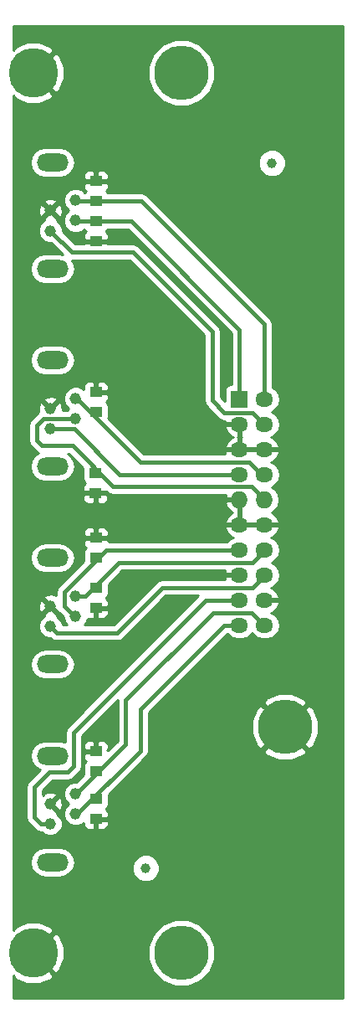
<source format=gbl>
G04 #@! TF.FileFunction,Copper,L2,Bot,Signal*
%FSLAX46Y46*%
G04 Gerber Fmt 4.6, Leading zero omitted, Abs format (unit mm)*
G04 Created by KiCad (PCBNEW 4.0.4+e1-6308~48~ubuntu15.10.1-stable) date Tue Aug  8 09:27:19 2017*
%MOMM*%
%LPD*%
G01*
G04 APERTURE LIST*
%ADD10C,0.150000*%
%ADD11C,1.000000*%
%ADD12C,5.500000*%
%ADD13C,5.000000*%
%ADD14R,1.727200X1.727200*%
%ADD15O,1.800000X1.500000*%
%ADD16O,1.727200X1.727200*%
%ADD17C,1.160000*%
%ADD18O,3.200000X1.800000*%
%ADD19R,1.250000X1.000000*%
%ADD20C,0.203200*%
%ADD21C,0.406400*%
%ADD22C,0.254000*%
G04 APERTURE END LIST*
D10*
D11*
X77190600Y-131711700D03*
D12*
X80772000Y-51296000D03*
X80772000Y-140296000D03*
D13*
X65772000Y-140296000D03*
X65772000Y-51296000D03*
D14*
X86671200Y-84290000D03*
D15*
X89211200Y-84290000D03*
X86671200Y-86830000D03*
X89211200Y-86830000D03*
X86671200Y-89370000D03*
X89211200Y-89370000D03*
X86671200Y-91910000D03*
X89211200Y-91910000D03*
D16*
X86671200Y-94450000D03*
X89211200Y-94450000D03*
D15*
X86671200Y-96990000D03*
X89211200Y-96990000D03*
X86671200Y-99530000D03*
X89211200Y-99530000D03*
X86671200Y-102070000D03*
X89211200Y-102070000D03*
X86671200Y-104610000D03*
X89211200Y-104610000D03*
X86671200Y-107150000D03*
X89211200Y-107150000D03*
D12*
X91287600Y-117449600D03*
D17*
X70081200Y-126230000D03*
X70081200Y-124190000D03*
X67531200Y-125210000D03*
X67531200Y-127250000D03*
D18*
X67731200Y-131100000D03*
X67731200Y-120340000D03*
D17*
X70081200Y-106230000D03*
X70081200Y-104190000D03*
X67531200Y-105210000D03*
X67531200Y-107250000D03*
D18*
X67731200Y-111100000D03*
X67731200Y-100340000D03*
D17*
X70081200Y-86230000D03*
X70081200Y-84190000D03*
X67531200Y-85210000D03*
X67531200Y-87250000D03*
D18*
X67731200Y-91100000D03*
X67731200Y-80340000D03*
D17*
X70081200Y-66230000D03*
X70081200Y-64190000D03*
X67531200Y-65210000D03*
X67531200Y-67250000D03*
D18*
X67731200Y-71100000D03*
X67731200Y-60340000D03*
D19*
X72136000Y-100314000D03*
X72136000Y-98314000D03*
X72136000Y-103394000D03*
X72136000Y-105394000D03*
X72136000Y-124730000D03*
X72136000Y-126730000D03*
X72136000Y-121904000D03*
X72136000Y-119904000D03*
X72136000Y-66310000D03*
X72136000Y-68310000D03*
X72136000Y-64246000D03*
X72136000Y-62246000D03*
X72085200Y-91786200D03*
X72085200Y-93786200D03*
X72136000Y-85582000D03*
X72136000Y-83582000D03*
D11*
X89966800Y-60401200D03*
D20*
X72136000Y-66310000D02*
X70161200Y-66310000D01*
X70161200Y-66310000D02*
X70081200Y-66230000D01*
D21*
X86671200Y-84290000D02*
X86671200Y-77273200D01*
X75698000Y-66300000D02*
X70091200Y-66300000D01*
X86671200Y-77273200D02*
X75698000Y-66300000D01*
D20*
X72136000Y-64246000D02*
X70137200Y-64246000D01*
X70137200Y-64246000D02*
X70081200Y-64190000D01*
D21*
X89211200Y-84290000D02*
X89211200Y-76714400D01*
X76706800Y-64210000D02*
X70031200Y-64210000D01*
X89211200Y-76714400D02*
X76706800Y-64210000D01*
X75860600Y-69409000D02*
X69690200Y-69409000D01*
X75860600Y-69409000D02*
X83921600Y-77470000D01*
X83921600Y-77470000D02*
X83921600Y-84429600D01*
X83921600Y-84429600D02*
X85140800Y-85648800D01*
X85140800Y-85648800D02*
X88030000Y-85648800D01*
X89211200Y-86830000D02*
X88030000Y-85648800D01*
X69690200Y-69409000D02*
X67531200Y-67250000D01*
D20*
X72085200Y-91786200D02*
X72085200Y-91338400D01*
X72085200Y-91338400D02*
X69748400Y-89001600D01*
X69748400Y-89001600D02*
X66636800Y-89001600D01*
X66636800Y-89001600D02*
X66110000Y-88474800D01*
X66110000Y-88474800D02*
X66110000Y-86935600D01*
X66110000Y-86935600D02*
X66815600Y-86230000D01*
X66815600Y-86230000D02*
X70081200Y-86230000D01*
D21*
X70141200Y-86230000D02*
X66815600Y-86230000D01*
X87877600Y-93116400D02*
X89211200Y-94450000D01*
X73863200Y-93116400D02*
X87877600Y-93116400D01*
X69748400Y-89001600D02*
X73863200Y-93116400D01*
X66636800Y-89001600D02*
X69748400Y-89001600D01*
X66110000Y-88474800D02*
X66636800Y-89001600D01*
X66110000Y-86935600D02*
X66110000Y-88474800D01*
X66815600Y-86230000D02*
X66110000Y-86935600D01*
D20*
X72136000Y-85582000D02*
X71473200Y-85582000D01*
X71473200Y-85582000D02*
X70081200Y-84190000D01*
D22*
X89211200Y-91910000D02*
X88963600Y-91910000D01*
D21*
X88963600Y-91910000D02*
X87680800Y-90627200D01*
X87680800Y-90627200D02*
X76628400Y-90627200D01*
X76628400Y-90627200D02*
X70201200Y-84200000D01*
X86671200Y-91910000D02*
X74536400Y-91910000D01*
X69916400Y-87290000D02*
X67571200Y-87290000D01*
X74536400Y-91910000D02*
X69916400Y-87290000D01*
D20*
X72136000Y-100314000D02*
X72136000Y-100554400D01*
X72136000Y-100554400D02*
X68942400Y-103748000D01*
X68942400Y-103748000D02*
X68942400Y-105091200D01*
X68942400Y-105091200D02*
X70081200Y-106230000D01*
D21*
X86671200Y-99530000D02*
X73160400Y-99530000D01*
X68942400Y-105191200D02*
X69971200Y-106220000D01*
X68942400Y-103748000D02*
X68942400Y-105191200D01*
X73160400Y-99530000D02*
X68942400Y-103748000D01*
D20*
X72136000Y-103394000D02*
X71815200Y-103394000D01*
X71815200Y-103394000D02*
X71019200Y-104190000D01*
X71019200Y-104190000D02*
X70081200Y-104190000D01*
D21*
X70091200Y-104180000D02*
X71029200Y-104180000D01*
X87954000Y-100787200D02*
X89211200Y-99530000D01*
X74422000Y-100787200D02*
X87954000Y-100787200D01*
X71029200Y-104180000D02*
X74422000Y-100787200D01*
X67514400Y-107250000D02*
X68163600Y-107899200D01*
X68163600Y-107899200D02*
X74269600Y-107899200D01*
X74269600Y-107899200D02*
X78841600Y-103327200D01*
X78841600Y-103327200D02*
X87954000Y-103327200D01*
X87954000Y-103327200D02*
X89211200Y-102070000D01*
D20*
X72136000Y-124730000D02*
X71866000Y-124730000D01*
X71866000Y-124730000D02*
X70366000Y-126230000D01*
X70366000Y-126230000D02*
X70081200Y-126230000D01*
D21*
X86671200Y-107150000D02*
X85128000Y-107150000D01*
X76631800Y-119829400D02*
X70201200Y-126260000D01*
X76631800Y-115646200D02*
X76631800Y-119829400D01*
X85128000Y-107150000D02*
X76631800Y-115646200D01*
D20*
X72136000Y-121904000D02*
X72136000Y-122135200D01*
X72136000Y-122135200D02*
X70081200Y-124190000D01*
D21*
X87928400Y-105867200D02*
X89211200Y-107150000D01*
X83972400Y-105867200D02*
X87928400Y-105867200D01*
X75158600Y-114681000D02*
X83972400Y-105867200D01*
X75158600Y-119163400D02*
X75158600Y-114681000D01*
X70121200Y-124200800D02*
X75158600Y-119163400D01*
X86671200Y-104610000D02*
X83248400Y-104610000D01*
X66579200Y-127260000D02*
X67651200Y-127260000D01*
X65883600Y-126564400D02*
X66579200Y-127260000D01*
X65883600Y-123494000D02*
X65883600Y-126564400D01*
X67381400Y-121996200D02*
X65883600Y-123494000D01*
X69265800Y-121996200D02*
X67381400Y-121996200D01*
X69875400Y-121386600D02*
X69265800Y-121996200D01*
X69875400Y-117983000D02*
X69875400Y-121386600D01*
X83248400Y-104610000D02*
X69875400Y-117983000D01*
X86715600Y-104597200D02*
X86106000Y-104597200D01*
D22*
G36*
X97123700Y-144876900D02*
X63758700Y-144876900D01*
X63758700Y-142596364D01*
X63997421Y-142954564D01*
X65149892Y-143431294D01*
X66397072Y-143430705D01*
X67546579Y-142954564D01*
X67828275Y-142531880D01*
X65772000Y-140475605D01*
X65757858Y-140489748D01*
X65578253Y-140310143D01*
X65592395Y-140296000D01*
X65951605Y-140296000D01*
X68007880Y-142352275D01*
X68430564Y-142070579D01*
X68887987Y-140964780D01*
X77394415Y-140964780D01*
X77907450Y-142206418D01*
X78856586Y-143157212D01*
X80097326Y-143672412D01*
X81440780Y-143673585D01*
X82682418Y-143160550D01*
X83633212Y-142211414D01*
X84148412Y-140970674D01*
X84149585Y-139627220D01*
X83636550Y-138385582D01*
X82687414Y-137434788D01*
X81446674Y-136919588D01*
X80103220Y-136918415D01*
X78861582Y-137431450D01*
X77910788Y-138380586D01*
X77395588Y-139621326D01*
X77394415Y-140964780D01*
X68887987Y-140964780D01*
X68907294Y-140918108D01*
X68906705Y-139670928D01*
X68430564Y-138521421D01*
X68007880Y-138239725D01*
X65951605Y-140296000D01*
X65592395Y-140296000D01*
X65578253Y-140281858D01*
X65757858Y-140102253D01*
X65772000Y-140116395D01*
X67828275Y-138060120D01*
X67546579Y-137637436D01*
X66394108Y-137160706D01*
X65146928Y-137161295D01*
X63997421Y-137637436D01*
X63758700Y-137995636D01*
X63758700Y-131100000D01*
X65460570Y-131100000D01*
X65576806Y-131684358D01*
X65907818Y-132179752D01*
X66403212Y-132510764D01*
X66987570Y-132627000D01*
X68474830Y-132627000D01*
X69059188Y-132510764D01*
X69554582Y-132179752D01*
X69682465Y-131988361D01*
X75793358Y-131988361D01*
X76005590Y-132502003D01*
X76398230Y-132895329D01*
X76911500Y-133108457D01*
X77467261Y-133108942D01*
X77980903Y-132896710D01*
X78374229Y-132504070D01*
X78587357Y-131990800D01*
X78587842Y-131435039D01*
X78375610Y-130921397D01*
X77982970Y-130528071D01*
X77469700Y-130314943D01*
X76913939Y-130314458D01*
X76400297Y-130526690D01*
X76006971Y-130919330D01*
X75793843Y-131432600D01*
X75793358Y-131988361D01*
X69682465Y-131988361D01*
X69885594Y-131684358D01*
X70001830Y-131100000D01*
X69885594Y-130515642D01*
X69554582Y-130020248D01*
X69059188Y-129689236D01*
X68474830Y-129573000D01*
X66987570Y-129573000D01*
X66403212Y-129689236D01*
X65907818Y-130020248D01*
X65576806Y-130515642D01*
X65460570Y-131100000D01*
X63758700Y-131100000D01*
X63758700Y-123494000D01*
X65053400Y-123494000D01*
X65053400Y-126564400D01*
X65116595Y-126882104D01*
X65296560Y-127151440D01*
X65992160Y-127847040D01*
X66261496Y-128027005D01*
X66579200Y-128090200D01*
X66664465Y-128090200D01*
X66846596Y-128272649D01*
X67290059Y-128456790D01*
X67770234Y-128457210D01*
X68214018Y-128273842D01*
X68553849Y-127934604D01*
X68737990Y-127491141D01*
X68738410Y-127010966D01*
X68555042Y-126567182D01*
X68215804Y-126227351D01*
X68168341Y-126207643D01*
X68199812Y-126058217D01*
X67531200Y-125389605D01*
X67517058Y-125403748D01*
X67337453Y-125224143D01*
X67351595Y-125210000D01*
X67710805Y-125210000D01*
X68379417Y-125878612D01*
X68602781Y-125831568D01*
X68759075Y-125374177D01*
X68728437Y-124891793D01*
X68602781Y-124588432D01*
X68379417Y-124541388D01*
X67710805Y-125210000D01*
X67351595Y-125210000D01*
X67337453Y-125195858D01*
X67517058Y-125016253D01*
X67531200Y-125030395D01*
X68199812Y-124361783D01*
X68152768Y-124138419D01*
X67695377Y-123982125D01*
X67212993Y-124012763D01*
X66909632Y-124138419D01*
X66862589Y-124361781D01*
X66746797Y-124245989D01*
X66713800Y-124278986D01*
X66713800Y-123837880D01*
X67725280Y-122826400D01*
X69265800Y-122826400D01*
X69583504Y-122763205D01*
X69852840Y-122583240D01*
X70462440Y-121973640D01*
X70508972Y-121904000D01*
X70642405Y-121704304D01*
X70705600Y-121386600D01*
X70705600Y-119277691D01*
X70876000Y-119277691D01*
X70876000Y-119618250D01*
X71034750Y-119777000D01*
X72009000Y-119777000D01*
X72009000Y-118927750D01*
X71850250Y-118769000D01*
X71384690Y-118769000D01*
X71151301Y-118865673D01*
X70972673Y-119044302D01*
X70876000Y-119277691D01*
X70705600Y-119277691D01*
X70705600Y-118326880D01*
X74328400Y-114704080D01*
X74328400Y-118819520D01*
X73370922Y-119776998D01*
X73237252Y-119776998D01*
X73396000Y-119618250D01*
X73396000Y-119277691D01*
X73299327Y-119044302D01*
X73120699Y-118865673D01*
X72887310Y-118769000D01*
X72421750Y-118769000D01*
X72263000Y-118927750D01*
X72263000Y-119777000D01*
X72283000Y-119777000D01*
X72283000Y-120031000D01*
X72263000Y-120031000D01*
X72263000Y-120051000D01*
X72009000Y-120051000D01*
X72009000Y-120031000D01*
X71034750Y-120031000D01*
X70876000Y-120189750D01*
X70876000Y-120530309D01*
X70972673Y-120763698D01*
X71119695Y-120910721D01*
X71065247Y-120945757D01*
X70922083Y-121155283D01*
X70871717Y-121404000D01*
X70871717Y-122276203D01*
X70164848Y-122983072D01*
X69842166Y-122982790D01*
X69398382Y-123166158D01*
X69058551Y-123505396D01*
X68874410Y-123948859D01*
X68873990Y-124429034D01*
X69057358Y-124872818D01*
X69394242Y-125210291D01*
X69058551Y-125545396D01*
X68874410Y-125988859D01*
X68873990Y-126469034D01*
X69057358Y-126912818D01*
X69396596Y-127252649D01*
X69840059Y-127436790D01*
X70320234Y-127437210D01*
X70764018Y-127253842D01*
X70876000Y-127142055D01*
X70876000Y-127356309D01*
X70972673Y-127589698D01*
X71151301Y-127768327D01*
X71384690Y-127865000D01*
X71850250Y-127865000D01*
X72009000Y-127706250D01*
X72009000Y-126857000D01*
X72263000Y-126857000D01*
X72263000Y-127706250D01*
X72421750Y-127865000D01*
X72887310Y-127865000D01*
X73120699Y-127768327D01*
X73299327Y-127589698D01*
X73396000Y-127356309D01*
X73396000Y-127015750D01*
X73237250Y-126857000D01*
X72263000Y-126857000D01*
X72009000Y-126857000D01*
X71989000Y-126857000D01*
X71989000Y-126603000D01*
X72009000Y-126603000D01*
X72009000Y-126583000D01*
X72263000Y-126583000D01*
X72263000Y-126603000D01*
X73237250Y-126603000D01*
X73396000Y-126444250D01*
X73396000Y-126103691D01*
X73299327Y-125870302D01*
X73152305Y-125723279D01*
X73206753Y-125688243D01*
X73349917Y-125478717D01*
X73400283Y-125230000D01*
X73400283Y-124234997D01*
X77218840Y-120416440D01*
X77398805Y-120147104D01*
X77454746Y-119865866D01*
X89050939Y-119865866D01*
X89363087Y-120314532D01*
X90605943Y-120832931D01*
X91952576Y-120836248D01*
X93197971Y-120323980D01*
X93212113Y-120314532D01*
X93524261Y-119865866D01*
X91287600Y-117629205D01*
X89050939Y-119865866D01*
X77454746Y-119865866D01*
X77462000Y-119829400D01*
X77462000Y-118114576D01*
X87900952Y-118114576D01*
X88413220Y-119359971D01*
X88422668Y-119374113D01*
X88871334Y-119686261D01*
X91107995Y-117449600D01*
X91467205Y-117449600D01*
X93703866Y-119686261D01*
X94152532Y-119374113D01*
X94670931Y-118131257D01*
X94674248Y-116784624D01*
X94161980Y-115539229D01*
X94152532Y-115525087D01*
X93703866Y-115212939D01*
X91467205Y-117449600D01*
X91107995Y-117449600D01*
X88871334Y-115212939D01*
X88422668Y-115525087D01*
X87904269Y-116767943D01*
X87900952Y-118114576D01*
X77462000Y-118114576D01*
X77462000Y-115990080D01*
X78418746Y-115033334D01*
X89050939Y-115033334D01*
X91287600Y-117269995D01*
X93524261Y-115033334D01*
X93212113Y-114584668D01*
X91969257Y-114066269D01*
X90622624Y-114062952D01*
X89377229Y-114575220D01*
X89363087Y-114584668D01*
X89050939Y-115033334D01*
X78418746Y-115033334D01*
X85441814Y-108010266D01*
X85517598Y-108123686D01*
X85964329Y-108422182D01*
X86491284Y-108527000D01*
X86851116Y-108527000D01*
X87378071Y-108422182D01*
X87824802Y-108123686D01*
X87941200Y-107949484D01*
X88057598Y-108123686D01*
X88504329Y-108422182D01*
X89031284Y-108527000D01*
X89391116Y-108527000D01*
X89918071Y-108422182D01*
X90364802Y-108123686D01*
X90663298Y-107676955D01*
X90768116Y-107150000D01*
X90663298Y-106623045D01*
X90364802Y-106176314D01*
X89918071Y-105877818D01*
X89877522Y-105869752D01*
X90065799Y-105803821D01*
X90469020Y-105443308D01*
X90703518Y-104951185D01*
X90580856Y-104737000D01*
X89338200Y-104737000D01*
X89338200Y-104757000D01*
X89084200Y-104757000D01*
X89084200Y-104737000D01*
X89064200Y-104737000D01*
X89064200Y-104483000D01*
X89084200Y-104483000D01*
X89084200Y-104463000D01*
X89338200Y-104463000D01*
X89338200Y-104483000D01*
X90580856Y-104483000D01*
X90703518Y-104268815D01*
X90469020Y-103776692D01*
X90065799Y-103416179D01*
X89877522Y-103350248D01*
X89918071Y-103342182D01*
X90364802Y-103043686D01*
X90663298Y-102596955D01*
X90768116Y-102070000D01*
X90663298Y-101543045D01*
X90364802Y-101096314D01*
X89921337Y-100800000D01*
X90364802Y-100503686D01*
X90663298Y-100056955D01*
X90768116Y-99530000D01*
X90663298Y-99003045D01*
X90364802Y-98556314D01*
X89918071Y-98257818D01*
X89877522Y-98249752D01*
X90065799Y-98183821D01*
X90469020Y-97823308D01*
X90703518Y-97331185D01*
X90580856Y-97117000D01*
X89338200Y-97117000D01*
X89338200Y-97137000D01*
X89084200Y-97137000D01*
X89084200Y-97117000D01*
X86798200Y-97117000D01*
X86798200Y-97137000D01*
X86544200Y-97137000D01*
X86544200Y-97117000D01*
X85301544Y-97117000D01*
X85178882Y-97331185D01*
X85413380Y-97823308D01*
X85816601Y-98183821D01*
X86004878Y-98249752D01*
X85964329Y-98257818D01*
X85517598Y-98556314D01*
X85421724Y-98699800D01*
X73396000Y-98699800D01*
X73396000Y-98599750D01*
X73237250Y-98441000D01*
X72263000Y-98441000D01*
X72263000Y-98461000D01*
X72009000Y-98461000D01*
X72009000Y-98441000D01*
X71034750Y-98441000D01*
X70876000Y-98599750D01*
X70876000Y-98940309D01*
X70972673Y-99173698D01*
X71119695Y-99320721D01*
X71065247Y-99355757D01*
X70922083Y-99565283D01*
X70871717Y-99814000D01*
X70871717Y-100644603D01*
X68355360Y-103160960D01*
X68175395Y-103430296D01*
X68112200Y-103748000D01*
X68112200Y-104124557D01*
X67695377Y-103982125D01*
X67212993Y-104012763D01*
X66909632Y-104138419D01*
X66862588Y-104361783D01*
X67531200Y-105030395D01*
X67545343Y-105016253D01*
X67724948Y-105195858D01*
X67710805Y-105210000D01*
X68379417Y-105878612D01*
X68442455Y-105865335D01*
X68874140Y-106297020D01*
X68873990Y-106469034D01*
X69057358Y-106912818D01*
X69213267Y-107069000D01*
X68738359Y-107069000D01*
X68738410Y-107010966D01*
X68555042Y-106567182D01*
X68215804Y-106227351D01*
X68168341Y-106207643D01*
X68199812Y-106058217D01*
X67531200Y-105389605D01*
X66862588Y-106058217D01*
X66893990Y-106207313D01*
X66848382Y-106226158D01*
X66508551Y-106565396D01*
X66324410Y-107008859D01*
X66323990Y-107489034D01*
X66507358Y-107932818D01*
X66846596Y-108272649D01*
X67290059Y-108456790D01*
X67547335Y-108457015D01*
X67576560Y-108486240D01*
X67845896Y-108666205D01*
X68163600Y-108729400D01*
X74269600Y-108729400D01*
X74587304Y-108666205D01*
X74856640Y-108486240D01*
X79185480Y-104157400D01*
X82526920Y-104157400D01*
X69288360Y-117395960D01*
X69108395Y-117665296D01*
X69045200Y-117983000D01*
X69045200Y-118926454D01*
X68474830Y-118813000D01*
X66987570Y-118813000D01*
X66403212Y-118929236D01*
X65907818Y-119260248D01*
X65576806Y-119755642D01*
X65460570Y-120340000D01*
X65576806Y-120924358D01*
X65907818Y-121419752D01*
X66403212Y-121750764D01*
X66444536Y-121758984D01*
X65296560Y-122906960D01*
X65116595Y-123176296D01*
X65053400Y-123494000D01*
X63758700Y-123494000D01*
X63758700Y-111100000D01*
X65460570Y-111100000D01*
X65576806Y-111684358D01*
X65907818Y-112179752D01*
X66403212Y-112510764D01*
X66987570Y-112627000D01*
X68474830Y-112627000D01*
X69059188Y-112510764D01*
X69554582Y-112179752D01*
X69885594Y-111684358D01*
X70001830Y-111100000D01*
X69885594Y-110515642D01*
X69554582Y-110020248D01*
X69059188Y-109689236D01*
X68474830Y-109573000D01*
X66987570Y-109573000D01*
X66403212Y-109689236D01*
X65907818Y-110020248D01*
X65576806Y-110515642D01*
X65460570Y-111100000D01*
X63758700Y-111100000D01*
X63758700Y-105045823D01*
X66303325Y-105045823D01*
X66333963Y-105528207D01*
X66459619Y-105831568D01*
X66682983Y-105878612D01*
X67351595Y-105210000D01*
X66682983Y-104541388D01*
X66459619Y-104588432D01*
X66303325Y-105045823D01*
X63758700Y-105045823D01*
X63758700Y-100340000D01*
X65460570Y-100340000D01*
X65576806Y-100924358D01*
X65907818Y-101419752D01*
X66403212Y-101750764D01*
X66987570Y-101867000D01*
X68474830Y-101867000D01*
X69059188Y-101750764D01*
X69554582Y-101419752D01*
X69885594Y-100924358D01*
X70001830Y-100340000D01*
X69885594Y-99755642D01*
X69554582Y-99260248D01*
X69059188Y-98929236D01*
X68474830Y-98813000D01*
X66987570Y-98813000D01*
X66403212Y-98929236D01*
X65907818Y-99260248D01*
X65576806Y-99755642D01*
X65460570Y-100340000D01*
X63758700Y-100340000D01*
X63758700Y-97687691D01*
X70876000Y-97687691D01*
X70876000Y-98028250D01*
X71034750Y-98187000D01*
X72009000Y-98187000D01*
X72009000Y-97337750D01*
X72263000Y-97337750D01*
X72263000Y-98187000D01*
X73237250Y-98187000D01*
X73396000Y-98028250D01*
X73396000Y-97687691D01*
X73299327Y-97454302D01*
X73120699Y-97275673D01*
X72887310Y-97179000D01*
X72421750Y-97179000D01*
X72263000Y-97337750D01*
X72009000Y-97337750D01*
X71850250Y-97179000D01*
X71384690Y-97179000D01*
X71151301Y-97275673D01*
X70972673Y-97454302D01*
X70876000Y-97687691D01*
X63758700Y-97687691D01*
X63758700Y-96648815D01*
X85178882Y-96648815D01*
X85301544Y-96863000D01*
X86544200Y-96863000D01*
X86544200Y-94577000D01*
X85337383Y-94577000D01*
X85216242Y-94809026D01*
X85388512Y-95224947D01*
X85782710Y-95656821D01*
X85967389Y-95743376D01*
X85816601Y-95796179D01*
X85413380Y-96156692D01*
X85178882Y-96648815D01*
X63758700Y-96648815D01*
X63758700Y-94071950D01*
X70825200Y-94071950D01*
X70825200Y-94412509D01*
X70921873Y-94645898D01*
X71100501Y-94824527D01*
X71333890Y-94921200D01*
X71799450Y-94921200D01*
X71958200Y-94762450D01*
X71958200Y-93913200D01*
X72212200Y-93913200D01*
X72212200Y-94762450D01*
X72370950Y-94921200D01*
X72836510Y-94921200D01*
X73069899Y-94824527D01*
X73248527Y-94645898D01*
X73345200Y-94412509D01*
X73345200Y-94071950D01*
X73186450Y-93913200D01*
X72212200Y-93913200D01*
X71958200Y-93913200D01*
X70983950Y-93913200D01*
X70825200Y-94071950D01*
X63758700Y-94071950D01*
X63758700Y-86935600D01*
X65279800Y-86935600D01*
X65279800Y-88474800D01*
X65342995Y-88792504D01*
X65522960Y-89061840D01*
X66049760Y-89588640D01*
X66301762Y-89757023D01*
X65907818Y-90020248D01*
X65576806Y-90515642D01*
X65460570Y-91100000D01*
X65576806Y-91684358D01*
X65907818Y-92179752D01*
X66403212Y-92510764D01*
X66987570Y-92627000D01*
X68474830Y-92627000D01*
X69059188Y-92510764D01*
X69554582Y-92179752D01*
X69885594Y-91684358D01*
X70001830Y-91100000D01*
X69885594Y-90515642D01*
X69554582Y-90020248D01*
X69272550Y-89831800D01*
X69404520Y-89831800D01*
X70827317Y-91254597D01*
X70820917Y-91286200D01*
X70820917Y-92286200D01*
X70864637Y-92518552D01*
X71001957Y-92731953D01*
X71069958Y-92778416D01*
X70921873Y-92926502D01*
X70825200Y-93159891D01*
X70825200Y-93500450D01*
X70983950Y-93659200D01*
X71958200Y-93659200D01*
X71958200Y-93639200D01*
X72212200Y-93639200D01*
X72212200Y-93659200D01*
X73186450Y-93659200D01*
X73209185Y-93636465D01*
X73276160Y-93703440D01*
X73545496Y-93883405D01*
X73863200Y-93946600D01*
X85276040Y-93946600D01*
X85216242Y-94090974D01*
X85337383Y-94323000D01*
X86544200Y-94323000D01*
X86544200Y-94303000D01*
X86798200Y-94303000D01*
X86798200Y-94323000D01*
X86818200Y-94323000D01*
X86818200Y-94577000D01*
X86798200Y-94577000D01*
X86798200Y-96863000D01*
X89084200Y-96863000D01*
X89084200Y-96843000D01*
X89338200Y-96843000D01*
X89338200Y-96863000D01*
X90580856Y-96863000D01*
X90703518Y-96648815D01*
X90469020Y-96156692D01*
X90065799Y-95796179D01*
X89928904Y-95748241D01*
X90294416Y-95504013D01*
X90617538Y-95020428D01*
X90731003Y-94450000D01*
X90617538Y-93879572D01*
X90294416Y-93395987D01*
X89946253Y-93163351D01*
X90364802Y-92883686D01*
X90663298Y-92436955D01*
X90768116Y-91910000D01*
X90663298Y-91383045D01*
X90364802Y-90936314D01*
X89918071Y-90637818D01*
X89877522Y-90629752D01*
X90065799Y-90563821D01*
X90469020Y-90203308D01*
X90703518Y-89711185D01*
X90580856Y-89497000D01*
X89338200Y-89497000D01*
X89338200Y-89517000D01*
X89084200Y-89517000D01*
X89084200Y-89497000D01*
X86798200Y-89497000D01*
X86798200Y-89517000D01*
X86544200Y-89517000D01*
X86544200Y-89497000D01*
X85301544Y-89497000D01*
X85178882Y-89711185D01*
X85219773Y-89797000D01*
X76972280Y-89797000D01*
X74346465Y-87171185D01*
X85178882Y-87171185D01*
X85413380Y-87663308D01*
X85816601Y-88023821D01*
X86034143Y-88100000D01*
X85816601Y-88176179D01*
X85413380Y-88536692D01*
X85178882Y-89028815D01*
X85301544Y-89243000D01*
X86544200Y-89243000D01*
X86544200Y-88142698D01*
X86480393Y-88100000D01*
X86544200Y-88057302D01*
X86544200Y-86957000D01*
X85301544Y-86957000D01*
X85178882Y-87171185D01*
X74346465Y-87171185D01*
X73376201Y-86200921D01*
X73400283Y-86082000D01*
X73400283Y-85082000D01*
X73356563Y-84849648D01*
X73219243Y-84636247D01*
X73151242Y-84589784D01*
X73299327Y-84441698D01*
X73396000Y-84208309D01*
X73396000Y-83867750D01*
X73237250Y-83709000D01*
X72263000Y-83709000D01*
X72263000Y-83729000D01*
X72009000Y-83729000D01*
X72009000Y-83709000D01*
X71989000Y-83709000D01*
X71989000Y-83455000D01*
X72009000Y-83455000D01*
X72009000Y-82605750D01*
X72263000Y-82605750D01*
X72263000Y-83455000D01*
X73237250Y-83455000D01*
X73396000Y-83296250D01*
X73396000Y-82955691D01*
X73299327Y-82722302D01*
X73120699Y-82543673D01*
X72887310Y-82447000D01*
X72421750Y-82447000D01*
X72263000Y-82605750D01*
X72009000Y-82605750D01*
X71850250Y-82447000D01*
X71384690Y-82447000D01*
X71151301Y-82543673D01*
X70972673Y-82722302D01*
X70876000Y-82955691D01*
X70876000Y-83277740D01*
X70765804Y-83167351D01*
X70322341Y-82983210D01*
X69842166Y-82982790D01*
X69398382Y-83166158D01*
X69058551Y-83505396D01*
X68874410Y-83948859D01*
X68873990Y-84429034D01*
X69057358Y-84872818D01*
X69394242Y-85210291D01*
X69204402Y-85399800D01*
X68750319Y-85399800D01*
X68759075Y-85374177D01*
X68728437Y-84891793D01*
X68602781Y-84588432D01*
X68379417Y-84541388D01*
X67710805Y-85210000D01*
X67724948Y-85224143D01*
X67549290Y-85399800D01*
X67541395Y-85399800D01*
X67531200Y-85389605D01*
X67521005Y-85399800D01*
X67513110Y-85399800D01*
X67337453Y-85224143D01*
X67351595Y-85210000D01*
X66682983Y-84541388D01*
X66459619Y-84588432D01*
X66303325Y-85045823D01*
X66333963Y-85528207D01*
X66348343Y-85562923D01*
X66228560Y-85642960D01*
X65522960Y-86348560D01*
X65342995Y-86617896D01*
X65279800Y-86935600D01*
X63758700Y-86935600D01*
X63758700Y-84361783D01*
X66862588Y-84361783D01*
X67531200Y-85030395D01*
X68199812Y-84361783D01*
X68152768Y-84138419D01*
X67695377Y-83982125D01*
X67212993Y-84012763D01*
X66909632Y-84138419D01*
X66862588Y-84361783D01*
X63758700Y-84361783D01*
X63758700Y-80340000D01*
X65460570Y-80340000D01*
X65576806Y-80924358D01*
X65907818Y-81419752D01*
X66403212Y-81750764D01*
X66987570Y-81867000D01*
X68474830Y-81867000D01*
X69059188Y-81750764D01*
X69554582Y-81419752D01*
X69885594Y-80924358D01*
X70001830Y-80340000D01*
X69885594Y-79755642D01*
X69554582Y-79260248D01*
X69059188Y-78929236D01*
X68474830Y-78813000D01*
X66987570Y-78813000D01*
X66403212Y-78929236D01*
X65907818Y-79260248D01*
X65576806Y-79755642D01*
X65460570Y-80340000D01*
X63758700Y-80340000D01*
X63758700Y-71100000D01*
X65460570Y-71100000D01*
X65576806Y-71684358D01*
X65907818Y-72179752D01*
X66403212Y-72510764D01*
X66987570Y-72627000D01*
X68474830Y-72627000D01*
X69059188Y-72510764D01*
X69554582Y-72179752D01*
X69885594Y-71684358D01*
X70001830Y-71100000D01*
X69885594Y-70515642D01*
X69700881Y-70239200D01*
X75516720Y-70239200D01*
X83091400Y-77813880D01*
X83091400Y-84429600D01*
X83154595Y-84747304D01*
X83334560Y-85016640D01*
X84553760Y-86235840D01*
X84823096Y-86415805D01*
X85140800Y-86479000D01*
X85183559Y-86479000D01*
X85178882Y-86488815D01*
X85301544Y-86703000D01*
X86544200Y-86703000D01*
X86544200Y-86683000D01*
X86798200Y-86683000D01*
X86798200Y-86703000D01*
X86818200Y-86703000D01*
X86818200Y-86957000D01*
X86798200Y-86957000D01*
X86798200Y-88057302D01*
X86862007Y-88100000D01*
X86798200Y-88142698D01*
X86798200Y-89243000D01*
X89084200Y-89243000D01*
X89084200Y-89223000D01*
X89338200Y-89223000D01*
X89338200Y-89243000D01*
X90580856Y-89243000D01*
X90703518Y-89028815D01*
X90469020Y-88536692D01*
X90065799Y-88176179D01*
X89877522Y-88110248D01*
X89918071Y-88102182D01*
X90364802Y-87803686D01*
X90663298Y-87356955D01*
X90768116Y-86830000D01*
X90663298Y-86303045D01*
X90364802Y-85856314D01*
X89921337Y-85560000D01*
X90364802Y-85263686D01*
X90663298Y-84816955D01*
X90768116Y-84290000D01*
X90663298Y-83763045D01*
X90364802Y-83316314D01*
X90041400Y-83100224D01*
X90041400Y-76714400D01*
X89978205Y-76396696D01*
X89798240Y-76127360D01*
X77293840Y-63622960D01*
X77024504Y-63442995D01*
X76706800Y-63379800D01*
X73270434Y-63379800D01*
X73219243Y-63300247D01*
X73151242Y-63253784D01*
X73299327Y-63105698D01*
X73396000Y-62872309D01*
X73396000Y-62531750D01*
X73237250Y-62373000D01*
X72263000Y-62373000D01*
X72263000Y-62393000D01*
X72009000Y-62393000D01*
X72009000Y-62373000D01*
X71034750Y-62373000D01*
X70876000Y-62531750D01*
X70876000Y-62872309D01*
X70972673Y-63105698D01*
X71119695Y-63252721D01*
X71065247Y-63287757D01*
X71002356Y-63379800D01*
X70977882Y-63379800D01*
X70765804Y-63167351D01*
X70322341Y-62983210D01*
X69842166Y-62982790D01*
X69398382Y-63166158D01*
X69058551Y-63505396D01*
X68874410Y-63948859D01*
X68873990Y-64429034D01*
X69057358Y-64872818D01*
X69394242Y-65210291D01*
X69058551Y-65545396D01*
X68874410Y-65988859D01*
X68873990Y-66469034D01*
X69057358Y-66912818D01*
X69396596Y-67252649D01*
X69840059Y-67436790D01*
X70320234Y-67437210D01*
X70764018Y-67253842D01*
X70887876Y-67130200D01*
X70971966Y-67130200D01*
X71052757Y-67255753D01*
X71120758Y-67302216D01*
X70972673Y-67450302D01*
X70876000Y-67683691D01*
X70876000Y-68024250D01*
X71034750Y-68183000D01*
X72009000Y-68183000D01*
X72009000Y-68163000D01*
X72263000Y-68163000D01*
X72263000Y-68183000D01*
X73237250Y-68183000D01*
X73396000Y-68024250D01*
X73396000Y-67683691D01*
X73299327Y-67450302D01*
X73152305Y-67303279D01*
X73206753Y-67268243D01*
X73301074Y-67130200D01*
X75354120Y-67130200D01*
X85841000Y-77617080D01*
X85841000Y-82787117D01*
X85807600Y-82787117D01*
X85575248Y-82830837D01*
X85361847Y-82968157D01*
X85218683Y-83177683D01*
X85168317Y-83426400D01*
X85168317Y-84502237D01*
X84751800Y-84085720D01*
X84751800Y-77470000D01*
X84688605Y-77152296D01*
X84508640Y-76882960D01*
X76447640Y-68821960D01*
X76178304Y-68641995D01*
X75860600Y-68578800D01*
X73379050Y-68578800D01*
X73237250Y-68437000D01*
X72263000Y-68437000D01*
X72263000Y-68457000D01*
X72009000Y-68457000D01*
X72009000Y-68437000D01*
X71034750Y-68437000D01*
X70892950Y-68578800D01*
X70034080Y-68578800D01*
X68738172Y-67282892D01*
X68738410Y-67010966D01*
X68555042Y-66567182D01*
X68215804Y-66227351D01*
X68168341Y-66207643D01*
X68199812Y-66058217D01*
X67531200Y-65389605D01*
X66862588Y-66058217D01*
X66893990Y-66207313D01*
X66848382Y-66226158D01*
X66508551Y-66565396D01*
X66324410Y-67008859D01*
X66323990Y-67489034D01*
X66507358Y-67932818D01*
X66846596Y-68272649D01*
X67290059Y-68456790D01*
X67564150Y-68457030D01*
X68731094Y-69623974D01*
X68474830Y-69573000D01*
X66987570Y-69573000D01*
X66403212Y-69689236D01*
X65907818Y-70020248D01*
X65576806Y-70515642D01*
X65460570Y-71100000D01*
X63758700Y-71100000D01*
X63758700Y-65045823D01*
X66303325Y-65045823D01*
X66333963Y-65528207D01*
X66459619Y-65831568D01*
X66682983Y-65878612D01*
X67351595Y-65210000D01*
X67710805Y-65210000D01*
X68379417Y-65878612D01*
X68602781Y-65831568D01*
X68759075Y-65374177D01*
X68728437Y-64891793D01*
X68602781Y-64588432D01*
X68379417Y-64541388D01*
X67710805Y-65210000D01*
X67351595Y-65210000D01*
X66682983Y-64541388D01*
X66459619Y-64588432D01*
X66303325Y-65045823D01*
X63758700Y-65045823D01*
X63758700Y-64361783D01*
X66862588Y-64361783D01*
X67531200Y-65030395D01*
X68199812Y-64361783D01*
X68152768Y-64138419D01*
X67695377Y-63982125D01*
X67212993Y-64012763D01*
X66909632Y-64138419D01*
X66862588Y-64361783D01*
X63758700Y-64361783D01*
X63758700Y-60340000D01*
X65460570Y-60340000D01*
X65576806Y-60924358D01*
X65907818Y-61419752D01*
X66403212Y-61750764D01*
X66987570Y-61867000D01*
X68474830Y-61867000D01*
X69059188Y-61750764D01*
X69255352Y-61619691D01*
X70876000Y-61619691D01*
X70876000Y-61960250D01*
X71034750Y-62119000D01*
X72009000Y-62119000D01*
X72009000Y-61269750D01*
X72263000Y-61269750D01*
X72263000Y-62119000D01*
X73237250Y-62119000D01*
X73396000Y-61960250D01*
X73396000Y-61619691D01*
X73299327Y-61386302D01*
X73120699Y-61207673D01*
X72887310Y-61111000D01*
X72421750Y-61111000D01*
X72263000Y-61269750D01*
X72009000Y-61269750D01*
X71850250Y-61111000D01*
X71384690Y-61111000D01*
X71151301Y-61207673D01*
X70972673Y-61386302D01*
X70876000Y-61619691D01*
X69255352Y-61619691D01*
X69554582Y-61419752D01*
X69885594Y-60924358D01*
X69934625Y-60677861D01*
X88569558Y-60677861D01*
X88781790Y-61191503D01*
X89174430Y-61584829D01*
X89687700Y-61797957D01*
X90243461Y-61798442D01*
X90757103Y-61586210D01*
X91150429Y-61193570D01*
X91363557Y-60680300D01*
X91364042Y-60124539D01*
X91151810Y-59610897D01*
X90759170Y-59217571D01*
X90245900Y-59004443D01*
X89690139Y-59003958D01*
X89176497Y-59216190D01*
X88783171Y-59608830D01*
X88570043Y-60122100D01*
X88569558Y-60677861D01*
X69934625Y-60677861D01*
X70001830Y-60340000D01*
X69885594Y-59755642D01*
X69554582Y-59260248D01*
X69059188Y-58929236D01*
X68474830Y-58813000D01*
X66987570Y-58813000D01*
X66403212Y-58929236D01*
X65907818Y-59260248D01*
X65576806Y-59755642D01*
X65460570Y-60340000D01*
X63758700Y-60340000D01*
X63758700Y-53596364D01*
X63997421Y-53954564D01*
X65149892Y-54431294D01*
X66397072Y-54430705D01*
X67546579Y-53954564D01*
X67828275Y-53531880D01*
X65772000Y-51475605D01*
X65757858Y-51489748D01*
X65578253Y-51310143D01*
X65592395Y-51296000D01*
X65951605Y-51296000D01*
X68007880Y-53352275D01*
X68430564Y-53070579D01*
X68887987Y-51964780D01*
X77394415Y-51964780D01*
X77907450Y-53206418D01*
X78856586Y-54157212D01*
X80097326Y-54672412D01*
X81440780Y-54673585D01*
X82682418Y-54160550D01*
X83633212Y-53211414D01*
X84148412Y-51970674D01*
X84149585Y-50627220D01*
X83636550Y-49385582D01*
X82687414Y-48434788D01*
X81446674Y-47919588D01*
X80103220Y-47918415D01*
X78861582Y-48431450D01*
X77910788Y-49380586D01*
X77395588Y-50621326D01*
X77394415Y-51964780D01*
X68887987Y-51964780D01*
X68907294Y-51918108D01*
X68906705Y-50670928D01*
X68430564Y-49521421D01*
X68007880Y-49239725D01*
X65951605Y-51296000D01*
X65592395Y-51296000D01*
X65578253Y-51281858D01*
X65757858Y-51102253D01*
X65772000Y-51116395D01*
X67828275Y-49060120D01*
X67546579Y-48637436D01*
X66394108Y-48160706D01*
X65146928Y-48161295D01*
X63997421Y-48637436D01*
X63758700Y-48995636D01*
X63758700Y-46537500D01*
X97123700Y-46537500D01*
X97123700Y-144876900D01*
X97123700Y-144876900D01*
G37*
X97123700Y-144876900D02*
X63758700Y-144876900D01*
X63758700Y-142596364D01*
X63997421Y-142954564D01*
X65149892Y-143431294D01*
X66397072Y-143430705D01*
X67546579Y-142954564D01*
X67828275Y-142531880D01*
X65772000Y-140475605D01*
X65757858Y-140489748D01*
X65578253Y-140310143D01*
X65592395Y-140296000D01*
X65951605Y-140296000D01*
X68007880Y-142352275D01*
X68430564Y-142070579D01*
X68887987Y-140964780D01*
X77394415Y-140964780D01*
X77907450Y-142206418D01*
X78856586Y-143157212D01*
X80097326Y-143672412D01*
X81440780Y-143673585D01*
X82682418Y-143160550D01*
X83633212Y-142211414D01*
X84148412Y-140970674D01*
X84149585Y-139627220D01*
X83636550Y-138385582D01*
X82687414Y-137434788D01*
X81446674Y-136919588D01*
X80103220Y-136918415D01*
X78861582Y-137431450D01*
X77910788Y-138380586D01*
X77395588Y-139621326D01*
X77394415Y-140964780D01*
X68887987Y-140964780D01*
X68907294Y-140918108D01*
X68906705Y-139670928D01*
X68430564Y-138521421D01*
X68007880Y-138239725D01*
X65951605Y-140296000D01*
X65592395Y-140296000D01*
X65578253Y-140281858D01*
X65757858Y-140102253D01*
X65772000Y-140116395D01*
X67828275Y-138060120D01*
X67546579Y-137637436D01*
X66394108Y-137160706D01*
X65146928Y-137161295D01*
X63997421Y-137637436D01*
X63758700Y-137995636D01*
X63758700Y-131100000D01*
X65460570Y-131100000D01*
X65576806Y-131684358D01*
X65907818Y-132179752D01*
X66403212Y-132510764D01*
X66987570Y-132627000D01*
X68474830Y-132627000D01*
X69059188Y-132510764D01*
X69554582Y-132179752D01*
X69682465Y-131988361D01*
X75793358Y-131988361D01*
X76005590Y-132502003D01*
X76398230Y-132895329D01*
X76911500Y-133108457D01*
X77467261Y-133108942D01*
X77980903Y-132896710D01*
X78374229Y-132504070D01*
X78587357Y-131990800D01*
X78587842Y-131435039D01*
X78375610Y-130921397D01*
X77982970Y-130528071D01*
X77469700Y-130314943D01*
X76913939Y-130314458D01*
X76400297Y-130526690D01*
X76006971Y-130919330D01*
X75793843Y-131432600D01*
X75793358Y-131988361D01*
X69682465Y-131988361D01*
X69885594Y-131684358D01*
X70001830Y-131100000D01*
X69885594Y-130515642D01*
X69554582Y-130020248D01*
X69059188Y-129689236D01*
X68474830Y-129573000D01*
X66987570Y-129573000D01*
X66403212Y-129689236D01*
X65907818Y-130020248D01*
X65576806Y-130515642D01*
X65460570Y-131100000D01*
X63758700Y-131100000D01*
X63758700Y-123494000D01*
X65053400Y-123494000D01*
X65053400Y-126564400D01*
X65116595Y-126882104D01*
X65296560Y-127151440D01*
X65992160Y-127847040D01*
X66261496Y-128027005D01*
X66579200Y-128090200D01*
X66664465Y-128090200D01*
X66846596Y-128272649D01*
X67290059Y-128456790D01*
X67770234Y-128457210D01*
X68214018Y-128273842D01*
X68553849Y-127934604D01*
X68737990Y-127491141D01*
X68738410Y-127010966D01*
X68555042Y-126567182D01*
X68215804Y-126227351D01*
X68168341Y-126207643D01*
X68199812Y-126058217D01*
X67531200Y-125389605D01*
X67517058Y-125403748D01*
X67337453Y-125224143D01*
X67351595Y-125210000D01*
X67710805Y-125210000D01*
X68379417Y-125878612D01*
X68602781Y-125831568D01*
X68759075Y-125374177D01*
X68728437Y-124891793D01*
X68602781Y-124588432D01*
X68379417Y-124541388D01*
X67710805Y-125210000D01*
X67351595Y-125210000D01*
X67337453Y-125195858D01*
X67517058Y-125016253D01*
X67531200Y-125030395D01*
X68199812Y-124361783D01*
X68152768Y-124138419D01*
X67695377Y-123982125D01*
X67212993Y-124012763D01*
X66909632Y-124138419D01*
X66862589Y-124361781D01*
X66746797Y-124245989D01*
X66713800Y-124278986D01*
X66713800Y-123837880D01*
X67725280Y-122826400D01*
X69265800Y-122826400D01*
X69583504Y-122763205D01*
X69852840Y-122583240D01*
X70462440Y-121973640D01*
X70508972Y-121904000D01*
X70642405Y-121704304D01*
X70705600Y-121386600D01*
X70705600Y-119277691D01*
X70876000Y-119277691D01*
X70876000Y-119618250D01*
X71034750Y-119777000D01*
X72009000Y-119777000D01*
X72009000Y-118927750D01*
X71850250Y-118769000D01*
X71384690Y-118769000D01*
X71151301Y-118865673D01*
X70972673Y-119044302D01*
X70876000Y-119277691D01*
X70705600Y-119277691D01*
X70705600Y-118326880D01*
X74328400Y-114704080D01*
X74328400Y-118819520D01*
X73370922Y-119776998D01*
X73237252Y-119776998D01*
X73396000Y-119618250D01*
X73396000Y-119277691D01*
X73299327Y-119044302D01*
X73120699Y-118865673D01*
X72887310Y-118769000D01*
X72421750Y-118769000D01*
X72263000Y-118927750D01*
X72263000Y-119777000D01*
X72283000Y-119777000D01*
X72283000Y-120031000D01*
X72263000Y-120031000D01*
X72263000Y-120051000D01*
X72009000Y-120051000D01*
X72009000Y-120031000D01*
X71034750Y-120031000D01*
X70876000Y-120189750D01*
X70876000Y-120530309D01*
X70972673Y-120763698D01*
X71119695Y-120910721D01*
X71065247Y-120945757D01*
X70922083Y-121155283D01*
X70871717Y-121404000D01*
X70871717Y-122276203D01*
X70164848Y-122983072D01*
X69842166Y-122982790D01*
X69398382Y-123166158D01*
X69058551Y-123505396D01*
X68874410Y-123948859D01*
X68873990Y-124429034D01*
X69057358Y-124872818D01*
X69394242Y-125210291D01*
X69058551Y-125545396D01*
X68874410Y-125988859D01*
X68873990Y-126469034D01*
X69057358Y-126912818D01*
X69396596Y-127252649D01*
X69840059Y-127436790D01*
X70320234Y-127437210D01*
X70764018Y-127253842D01*
X70876000Y-127142055D01*
X70876000Y-127356309D01*
X70972673Y-127589698D01*
X71151301Y-127768327D01*
X71384690Y-127865000D01*
X71850250Y-127865000D01*
X72009000Y-127706250D01*
X72009000Y-126857000D01*
X72263000Y-126857000D01*
X72263000Y-127706250D01*
X72421750Y-127865000D01*
X72887310Y-127865000D01*
X73120699Y-127768327D01*
X73299327Y-127589698D01*
X73396000Y-127356309D01*
X73396000Y-127015750D01*
X73237250Y-126857000D01*
X72263000Y-126857000D01*
X72009000Y-126857000D01*
X71989000Y-126857000D01*
X71989000Y-126603000D01*
X72009000Y-126603000D01*
X72009000Y-126583000D01*
X72263000Y-126583000D01*
X72263000Y-126603000D01*
X73237250Y-126603000D01*
X73396000Y-126444250D01*
X73396000Y-126103691D01*
X73299327Y-125870302D01*
X73152305Y-125723279D01*
X73206753Y-125688243D01*
X73349917Y-125478717D01*
X73400283Y-125230000D01*
X73400283Y-124234997D01*
X77218840Y-120416440D01*
X77398805Y-120147104D01*
X77454746Y-119865866D01*
X89050939Y-119865866D01*
X89363087Y-120314532D01*
X90605943Y-120832931D01*
X91952576Y-120836248D01*
X93197971Y-120323980D01*
X93212113Y-120314532D01*
X93524261Y-119865866D01*
X91287600Y-117629205D01*
X89050939Y-119865866D01*
X77454746Y-119865866D01*
X77462000Y-119829400D01*
X77462000Y-118114576D01*
X87900952Y-118114576D01*
X88413220Y-119359971D01*
X88422668Y-119374113D01*
X88871334Y-119686261D01*
X91107995Y-117449600D01*
X91467205Y-117449600D01*
X93703866Y-119686261D01*
X94152532Y-119374113D01*
X94670931Y-118131257D01*
X94674248Y-116784624D01*
X94161980Y-115539229D01*
X94152532Y-115525087D01*
X93703866Y-115212939D01*
X91467205Y-117449600D01*
X91107995Y-117449600D01*
X88871334Y-115212939D01*
X88422668Y-115525087D01*
X87904269Y-116767943D01*
X87900952Y-118114576D01*
X77462000Y-118114576D01*
X77462000Y-115990080D01*
X78418746Y-115033334D01*
X89050939Y-115033334D01*
X91287600Y-117269995D01*
X93524261Y-115033334D01*
X93212113Y-114584668D01*
X91969257Y-114066269D01*
X90622624Y-114062952D01*
X89377229Y-114575220D01*
X89363087Y-114584668D01*
X89050939Y-115033334D01*
X78418746Y-115033334D01*
X85441814Y-108010266D01*
X85517598Y-108123686D01*
X85964329Y-108422182D01*
X86491284Y-108527000D01*
X86851116Y-108527000D01*
X87378071Y-108422182D01*
X87824802Y-108123686D01*
X87941200Y-107949484D01*
X88057598Y-108123686D01*
X88504329Y-108422182D01*
X89031284Y-108527000D01*
X89391116Y-108527000D01*
X89918071Y-108422182D01*
X90364802Y-108123686D01*
X90663298Y-107676955D01*
X90768116Y-107150000D01*
X90663298Y-106623045D01*
X90364802Y-106176314D01*
X89918071Y-105877818D01*
X89877522Y-105869752D01*
X90065799Y-105803821D01*
X90469020Y-105443308D01*
X90703518Y-104951185D01*
X90580856Y-104737000D01*
X89338200Y-104737000D01*
X89338200Y-104757000D01*
X89084200Y-104757000D01*
X89084200Y-104737000D01*
X89064200Y-104737000D01*
X89064200Y-104483000D01*
X89084200Y-104483000D01*
X89084200Y-104463000D01*
X89338200Y-104463000D01*
X89338200Y-104483000D01*
X90580856Y-104483000D01*
X90703518Y-104268815D01*
X90469020Y-103776692D01*
X90065799Y-103416179D01*
X89877522Y-103350248D01*
X89918071Y-103342182D01*
X90364802Y-103043686D01*
X90663298Y-102596955D01*
X90768116Y-102070000D01*
X90663298Y-101543045D01*
X90364802Y-101096314D01*
X89921337Y-100800000D01*
X90364802Y-100503686D01*
X90663298Y-100056955D01*
X90768116Y-99530000D01*
X90663298Y-99003045D01*
X90364802Y-98556314D01*
X89918071Y-98257818D01*
X89877522Y-98249752D01*
X90065799Y-98183821D01*
X90469020Y-97823308D01*
X90703518Y-97331185D01*
X90580856Y-97117000D01*
X89338200Y-97117000D01*
X89338200Y-97137000D01*
X89084200Y-97137000D01*
X89084200Y-97117000D01*
X86798200Y-97117000D01*
X86798200Y-97137000D01*
X86544200Y-97137000D01*
X86544200Y-97117000D01*
X85301544Y-97117000D01*
X85178882Y-97331185D01*
X85413380Y-97823308D01*
X85816601Y-98183821D01*
X86004878Y-98249752D01*
X85964329Y-98257818D01*
X85517598Y-98556314D01*
X85421724Y-98699800D01*
X73396000Y-98699800D01*
X73396000Y-98599750D01*
X73237250Y-98441000D01*
X72263000Y-98441000D01*
X72263000Y-98461000D01*
X72009000Y-98461000D01*
X72009000Y-98441000D01*
X71034750Y-98441000D01*
X70876000Y-98599750D01*
X70876000Y-98940309D01*
X70972673Y-99173698D01*
X71119695Y-99320721D01*
X71065247Y-99355757D01*
X70922083Y-99565283D01*
X70871717Y-99814000D01*
X70871717Y-100644603D01*
X68355360Y-103160960D01*
X68175395Y-103430296D01*
X68112200Y-103748000D01*
X68112200Y-104124557D01*
X67695377Y-103982125D01*
X67212993Y-104012763D01*
X66909632Y-104138419D01*
X66862588Y-104361783D01*
X67531200Y-105030395D01*
X67545343Y-105016253D01*
X67724948Y-105195858D01*
X67710805Y-105210000D01*
X68379417Y-105878612D01*
X68442455Y-105865335D01*
X68874140Y-106297020D01*
X68873990Y-106469034D01*
X69057358Y-106912818D01*
X69213267Y-107069000D01*
X68738359Y-107069000D01*
X68738410Y-107010966D01*
X68555042Y-106567182D01*
X68215804Y-106227351D01*
X68168341Y-106207643D01*
X68199812Y-106058217D01*
X67531200Y-105389605D01*
X66862588Y-106058217D01*
X66893990Y-106207313D01*
X66848382Y-106226158D01*
X66508551Y-106565396D01*
X66324410Y-107008859D01*
X66323990Y-107489034D01*
X66507358Y-107932818D01*
X66846596Y-108272649D01*
X67290059Y-108456790D01*
X67547335Y-108457015D01*
X67576560Y-108486240D01*
X67845896Y-108666205D01*
X68163600Y-108729400D01*
X74269600Y-108729400D01*
X74587304Y-108666205D01*
X74856640Y-108486240D01*
X79185480Y-104157400D01*
X82526920Y-104157400D01*
X69288360Y-117395960D01*
X69108395Y-117665296D01*
X69045200Y-117983000D01*
X69045200Y-118926454D01*
X68474830Y-118813000D01*
X66987570Y-118813000D01*
X66403212Y-118929236D01*
X65907818Y-119260248D01*
X65576806Y-119755642D01*
X65460570Y-120340000D01*
X65576806Y-120924358D01*
X65907818Y-121419752D01*
X66403212Y-121750764D01*
X66444536Y-121758984D01*
X65296560Y-122906960D01*
X65116595Y-123176296D01*
X65053400Y-123494000D01*
X63758700Y-123494000D01*
X63758700Y-111100000D01*
X65460570Y-111100000D01*
X65576806Y-111684358D01*
X65907818Y-112179752D01*
X66403212Y-112510764D01*
X66987570Y-112627000D01*
X68474830Y-112627000D01*
X69059188Y-112510764D01*
X69554582Y-112179752D01*
X69885594Y-111684358D01*
X70001830Y-111100000D01*
X69885594Y-110515642D01*
X69554582Y-110020248D01*
X69059188Y-109689236D01*
X68474830Y-109573000D01*
X66987570Y-109573000D01*
X66403212Y-109689236D01*
X65907818Y-110020248D01*
X65576806Y-110515642D01*
X65460570Y-111100000D01*
X63758700Y-111100000D01*
X63758700Y-105045823D01*
X66303325Y-105045823D01*
X66333963Y-105528207D01*
X66459619Y-105831568D01*
X66682983Y-105878612D01*
X67351595Y-105210000D01*
X66682983Y-104541388D01*
X66459619Y-104588432D01*
X66303325Y-105045823D01*
X63758700Y-105045823D01*
X63758700Y-100340000D01*
X65460570Y-100340000D01*
X65576806Y-100924358D01*
X65907818Y-101419752D01*
X66403212Y-101750764D01*
X66987570Y-101867000D01*
X68474830Y-101867000D01*
X69059188Y-101750764D01*
X69554582Y-101419752D01*
X69885594Y-100924358D01*
X70001830Y-100340000D01*
X69885594Y-99755642D01*
X69554582Y-99260248D01*
X69059188Y-98929236D01*
X68474830Y-98813000D01*
X66987570Y-98813000D01*
X66403212Y-98929236D01*
X65907818Y-99260248D01*
X65576806Y-99755642D01*
X65460570Y-100340000D01*
X63758700Y-100340000D01*
X63758700Y-97687691D01*
X70876000Y-97687691D01*
X70876000Y-98028250D01*
X71034750Y-98187000D01*
X72009000Y-98187000D01*
X72009000Y-97337750D01*
X72263000Y-97337750D01*
X72263000Y-98187000D01*
X73237250Y-98187000D01*
X73396000Y-98028250D01*
X73396000Y-97687691D01*
X73299327Y-97454302D01*
X73120699Y-97275673D01*
X72887310Y-97179000D01*
X72421750Y-97179000D01*
X72263000Y-97337750D01*
X72009000Y-97337750D01*
X71850250Y-97179000D01*
X71384690Y-97179000D01*
X71151301Y-97275673D01*
X70972673Y-97454302D01*
X70876000Y-97687691D01*
X63758700Y-97687691D01*
X63758700Y-96648815D01*
X85178882Y-96648815D01*
X85301544Y-96863000D01*
X86544200Y-96863000D01*
X86544200Y-94577000D01*
X85337383Y-94577000D01*
X85216242Y-94809026D01*
X85388512Y-95224947D01*
X85782710Y-95656821D01*
X85967389Y-95743376D01*
X85816601Y-95796179D01*
X85413380Y-96156692D01*
X85178882Y-96648815D01*
X63758700Y-96648815D01*
X63758700Y-94071950D01*
X70825200Y-94071950D01*
X70825200Y-94412509D01*
X70921873Y-94645898D01*
X71100501Y-94824527D01*
X71333890Y-94921200D01*
X71799450Y-94921200D01*
X71958200Y-94762450D01*
X71958200Y-93913200D01*
X72212200Y-93913200D01*
X72212200Y-94762450D01*
X72370950Y-94921200D01*
X72836510Y-94921200D01*
X73069899Y-94824527D01*
X73248527Y-94645898D01*
X73345200Y-94412509D01*
X73345200Y-94071950D01*
X73186450Y-93913200D01*
X72212200Y-93913200D01*
X71958200Y-93913200D01*
X70983950Y-93913200D01*
X70825200Y-94071950D01*
X63758700Y-94071950D01*
X63758700Y-86935600D01*
X65279800Y-86935600D01*
X65279800Y-88474800D01*
X65342995Y-88792504D01*
X65522960Y-89061840D01*
X66049760Y-89588640D01*
X66301762Y-89757023D01*
X65907818Y-90020248D01*
X65576806Y-90515642D01*
X65460570Y-91100000D01*
X65576806Y-91684358D01*
X65907818Y-92179752D01*
X66403212Y-92510764D01*
X66987570Y-92627000D01*
X68474830Y-92627000D01*
X69059188Y-92510764D01*
X69554582Y-92179752D01*
X69885594Y-91684358D01*
X70001830Y-91100000D01*
X69885594Y-90515642D01*
X69554582Y-90020248D01*
X69272550Y-89831800D01*
X69404520Y-89831800D01*
X70827317Y-91254597D01*
X70820917Y-91286200D01*
X70820917Y-92286200D01*
X70864637Y-92518552D01*
X71001957Y-92731953D01*
X71069958Y-92778416D01*
X70921873Y-92926502D01*
X70825200Y-93159891D01*
X70825200Y-93500450D01*
X70983950Y-93659200D01*
X71958200Y-93659200D01*
X71958200Y-93639200D01*
X72212200Y-93639200D01*
X72212200Y-93659200D01*
X73186450Y-93659200D01*
X73209185Y-93636465D01*
X73276160Y-93703440D01*
X73545496Y-93883405D01*
X73863200Y-93946600D01*
X85276040Y-93946600D01*
X85216242Y-94090974D01*
X85337383Y-94323000D01*
X86544200Y-94323000D01*
X86544200Y-94303000D01*
X86798200Y-94303000D01*
X86798200Y-94323000D01*
X86818200Y-94323000D01*
X86818200Y-94577000D01*
X86798200Y-94577000D01*
X86798200Y-96863000D01*
X89084200Y-96863000D01*
X89084200Y-96843000D01*
X89338200Y-96843000D01*
X89338200Y-96863000D01*
X90580856Y-96863000D01*
X90703518Y-96648815D01*
X90469020Y-96156692D01*
X90065799Y-95796179D01*
X89928904Y-95748241D01*
X90294416Y-95504013D01*
X90617538Y-95020428D01*
X90731003Y-94450000D01*
X90617538Y-93879572D01*
X90294416Y-93395987D01*
X89946253Y-93163351D01*
X90364802Y-92883686D01*
X90663298Y-92436955D01*
X90768116Y-91910000D01*
X90663298Y-91383045D01*
X90364802Y-90936314D01*
X89918071Y-90637818D01*
X89877522Y-90629752D01*
X90065799Y-90563821D01*
X90469020Y-90203308D01*
X90703518Y-89711185D01*
X90580856Y-89497000D01*
X89338200Y-89497000D01*
X89338200Y-89517000D01*
X89084200Y-89517000D01*
X89084200Y-89497000D01*
X86798200Y-89497000D01*
X86798200Y-89517000D01*
X86544200Y-89517000D01*
X86544200Y-89497000D01*
X85301544Y-89497000D01*
X85178882Y-89711185D01*
X85219773Y-89797000D01*
X76972280Y-89797000D01*
X74346465Y-87171185D01*
X85178882Y-87171185D01*
X85413380Y-87663308D01*
X85816601Y-88023821D01*
X86034143Y-88100000D01*
X85816601Y-88176179D01*
X85413380Y-88536692D01*
X85178882Y-89028815D01*
X85301544Y-89243000D01*
X86544200Y-89243000D01*
X86544200Y-88142698D01*
X86480393Y-88100000D01*
X86544200Y-88057302D01*
X86544200Y-86957000D01*
X85301544Y-86957000D01*
X85178882Y-87171185D01*
X74346465Y-87171185D01*
X73376201Y-86200921D01*
X73400283Y-86082000D01*
X73400283Y-85082000D01*
X73356563Y-84849648D01*
X73219243Y-84636247D01*
X73151242Y-84589784D01*
X73299327Y-84441698D01*
X73396000Y-84208309D01*
X73396000Y-83867750D01*
X73237250Y-83709000D01*
X72263000Y-83709000D01*
X72263000Y-83729000D01*
X72009000Y-83729000D01*
X72009000Y-83709000D01*
X71989000Y-83709000D01*
X71989000Y-83455000D01*
X72009000Y-83455000D01*
X72009000Y-82605750D01*
X72263000Y-82605750D01*
X72263000Y-83455000D01*
X73237250Y-83455000D01*
X73396000Y-83296250D01*
X73396000Y-82955691D01*
X73299327Y-82722302D01*
X73120699Y-82543673D01*
X72887310Y-82447000D01*
X72421750Y-82447000D01*
X72263000Y-82605750D01*
X72009000Y-82605750D01*
X71850250Y-82447000D01*
X71384690Y-82447000D01*
X71151301Y-82543673D01*
X70972673Y-82722302D01*
X70876000Y-82955691D01*
X70876000Y-83277740D01*
X70765804Y-83167351D01*
X70322341Y-82983210D01*
X69842166Y-82982790D01*
X69398382Y-83166158D01*
X69058551Y-83505396D01*
X68874410Y-83948859D01*
X68873990Y-84429034D01*
X69057358Y-84872818D01*
X69394242Y-85210291D01*
X69204402Y-85399800D01*
X68750319Y-85399800D01*
X68759075Y-85374177D01*
X68728437Y-84891793D01*
X68602781Y-84588432D01*
X68379417Y-84541388D01*
X67710805Y-85210000D01*
X67724948Y-85224143D01*
X67549290Y-85399800D01*
X67541395Y-85399800D01*
X67531200Y-85389605D01*
X67521005Y-85399800D01*
X67513110Y-85399800D01*
X67337453Y-85224143D01*
X67351595Y-85210000D01*
X66682983Y-84541388D01*
X66459619Y-84588432D01*
X66303325Y-85045823D01*
X66333963Y-85528207D01*
X66348343Y-85562923D01*
X66228560Y-85642960D01*
X65522960Y-86348560D01*
X65342995Y-86617896D01*
X65279800Y-86935600D01*
X63758700Y-86935600D01*
X63758700Y-84361783D01*
X66862588Y-84361783D01*
X67531200Y-85030395D01*
X68199812Y-84361783D01*
X68152768Y-84138419D01*
X67695377Y-83982125D01*
X67212993Y-84012763D01*
X66909632Y-84138419D01*
X66862588Y-84361783D01*
X63758700Y-84361783D01*
X63758700Y-80340000D01*
X65460570Y-80340000D01*
X65576806Y-80924358D01*
X65907818Y-81419752D01*
X66403212Y-81750764D01*
X66987570Y-81867000D01*
X68474830Y-81867000D01*
X69059188Y-81750764D01*
X69554582Y-81419752D01*
X69885594Y-80924358D01*
X70001830Y-80340000D01*
X69885594Y-79755642D01*
X69554582Y-79260248D01*
X69059188Y-78929236D01*
X68474830Y-78813000D01*
X66987570Y-78813000D01*
X66403212Y-78929236D01*
X65907818Y-79260248D01*
X65576806Y-79755642D01*
X65460570Y-80340000D01*
X63758700Y-80340000D01*
X63758700Y-71100000D01*
X65460570Y-71100000D01*
X65576806Y-71684358D01*
X65907818Y-72179752D01*
X66403212Y-72510764D01*
X66987570Y-72627000D01*
X68474830Y-72627000D01*
X69059188Y-72510764D01*
X69554582Y-72179752D01*
X69885594Y-71684358D01*
X70001830Y-71100000D01*
X69885594Y-70515642D01*
X69700881Y-70239200D01*
X75516720Y-70239200D01*
X83091400Y-77813880D01*
X83091400Y-84429600D01*
X83154595Y-84747304D01*
X83334560Y-85016640D01*
X84553760Y-86235840D01*
X84823096Y-86415805D01*
X85140800Y-86479000D01*
X85183559Y-86479000D01*
X85178882Y-86488815D01*
X85301544Y-86703000D01*
X86544200Y-86703000D01*
X86544200Y-86683000D01*
X86798200Y-86683000D01*
X86798200Y-86703000D01*
X86818200Y-86703000D01*
X86818200Y-86957000D01*
X86798200Y-86957000D01*
X86798200Y-88057302D01*
X86862007Y-88100000D01*
X86798200Y-88142698D01*
X86798200Y-89243000D01*
X89084200Y-89243000D01*
X89084200Y-89223000D01*
X89338200Y-89223000D01*
X89338200Y-89243000D01*
X90580856Y-89243000D01*
X90703518Y-89028815D01*
X90469020Y-88536692D01*
X90065799Y-88176179D01*
X89877522Y-88110248D01*
X89918071Y-88102182D01*
X90364802Y-87803686D01*
X90663298Y-87356955D01*
X90768116Y-86830000D01*
X90663298Y-86303045D01*
X90364802Y-85856314D01*
X89921337Y-85560000D01*
X90364802Y-85263686D01*
X90663298Y-84816955D01*
X90768116Y-84290000D01*
X90663298Y-83763045D01*
X90364802Y-83316314D01*
X90041400Y-83100224D01*
X90041400Y-76714400D01*
X89978205Y-76396696D01*
X89798240Y-76127360D01*
X77293840Y-63622960D01*
X77024504Y-63442995D01*
X76706800Y-63379800D01*
X73270434Y-63379800D01*
X73219243Y-63300247D01*
X73151242Y-63253784D01*
X73299327Y-63105698D01*
X73396000Y-62872309D01*
X73396000Y-62531750D01*
X73237250Y-62373000D01*
X72263000Y-62373000D01*
X72263000Y-62393000D01*
X72009000Y-62393000D01*
X72009000Y-62373000D01*
X71034750Y-62373000D01*
X70876000Y-62531750D01*
X70876000Y-62872309D01*
X70972673Y-63105698D01*
X71119695Y-63252721D01*
X71065247Y-63287757D01*
X71002356Y-63379800D01*
X70977882Y-63379800D01*
X70765804Y-63167351D01*
X70322341Y-62983210D01*
X69842166Y-62982790D01*
X69398382Y-63166158D01*
X69058551Y-63505396D01*
X68874410Y-63948859D01*
X68873990Y-64429034D01*
X69057358Y-64872818D01*
X69394242Y-65210291D01*
X69058551Y-65545396D01*
X68874410Y-65988859D01*
X68873990Y-66469034D01*
X69057358Y-66912818D01*
X69396596Y-67252649D01*
X69840059Y-67436790D01*
X70320234Y-67437210D01*
X70764018Y-67253842D01*
X70887876Y-67130200D01*
X70971966Y-67130200D01*
X71052757Y-67255753D01*
X71120758Y-67302216D01*
X70972673Y-67450302D01*
X70876000Y-67683691D01*
X70876000Y-68024250D01*
X71034750Y-68183000D01*
X72009000Y-68183000D01*
X72009000Y-68163000D01*
X72263000Y-68163000D01*
X72263000Y-68183000D01*
X73237250Y-68183000D01*
X73396000Y-68024250D01*
X73396000Y-67683691D01*
X73299327Y-67450302D01*
X73152305Y-67303279D01*
X73206753Y-67268243D01*
X73301074Y-67130200D01*
X75354120Y-67130200D01*
X85841000Y-77617080D01*
X85841000Y-82787117D01*
X85807600Y-82787117D01*
X85575248Y-82830837D01*
X85361847Y-82968157D01*
X85218683Y-83177683D01*
X85168317Y-83426400D01*
X85168317Y-84502237D01*
X84751800Y-84085720D01*
X84751800Y-77470000D01*
X84688605Y-77152296D01*
X84508640Y-76882960D01*
X76447640Y-68821960D01*
X76178304Y-68641995D01*
X75860600Y-68578800D01*
X73379050Y-68578800D01*
X73237250Y-68437000D01*
X72263000Y-68437000D01*
X72263000Y-68457000D01*
X72009000Y-68457000D01*
X72009000Y-68437000D01*
X71034750Y-68437000D01*
X70892950Y-68578800D01*
X70034080Y-68578800D01*
X68738172Y-67282892D01*
X68738410Y-67010966D01*
X68555042Y-66567182D01*
X68215804Y-66227351D01*
X68168341Y-66207643D01*
X68199812Y-66058217D01*
X67531200Y-65389605D01*
X66862588Y-66058217D01*
X66893990Y-66207313D01*
X66848382Y-66226158D01*
X66508551Y-66565396D01*
X66324410Y-67008859D01*
X66323990Y-67489034D01*
X66507358Y-67932818D01*
X66846596Y-68272649D01*
X67290059Y-68456790D01*
X67564150Y-68457030D01*
X68731094Y-69623974D01*
X68474830Y-69573000D01*
X66987570Y-69573000D01*
X66403212Y-69689236D01*
X65907818Y-70020248D01*
X65576806Y-70515642D01*
X65460570Y-71100000D01*
X63758700Y-71100000D01*
X63758700Y-65045823D01*
X66303325Y-65045823D01*
X66333963Y-65528207D01*
X66459619Y-65831568D01*
X66682983Y-65878612D01*
X67351595Y-65210000D01*
X67710805Y-65210000D01*
X68379417Y-65878612D01*
X68602781Y-65831568D01*
X68759075Y-65374177D01*
X68728437Y-64891793D01*
X68602781Y-64588432D01*
X68379417Y-64541388D01*
X67710805Y-65210000D01*
X67351595Y-65210000D01*
X66682983Y-64541388D01*
X66459619Y-64588432D01*
X66303325Y-65045823D01*
X63758700Y-65045823D01*
X63758700Y-64361783D01*
X66862588Y-64361783D01*
X67531200Y-65030395D01*
X68199812Y-64361783D01*
X68152768Y-64138419D01*
X67695377Y-63982125D01*
X67212993Y-64012763D01*
X66909632Y-64138419D01*
X66862588Y-64361783D01*
X63758700Y-64361783D01*
X63758700Y-60340000D01*
X65460570Y-60340000D01*
X65576806Y-60924358D01*
X65907818Y-61419752D01*
X66403212Y-61750764D01*
X66987570Y-61867000D01*
X68474830Y-61867000D01*
X69059188Y-61750764D01*
X69255352Y-61619691D01*
X70876000Y-61619691D01*
X70876000Y-61960250D01*
X71034750Y-62119000D01*
X72009000Y-62119000D01*
X72009000Y-61269750D01*
X72263000Y-61269750D01*
X72263000Y-62119000D01*
X73237250Y-62119000D01*
X73396000Y-61960250D01*
X73396000Y-61619691D01*
X73299327Y-61386302D01*
X73120699Y-61207673D01*
X72887310Y-61111000D01*
X72421750Y-61111000D01*
X72263000Y-61269750D01*
X72009000Y-61269750D01*
X71850250Y-61111000D01*
X71384690Y-61111000D01*
X71151301Y-61207673D01*
X70972673Y-61386302D01*
X70876000Y-61619691D01*
X69255352Y-61619691D01*
X69554582Y-61419752D01*
X69885594Y-60924358D01*
X69934625Y-60677861D01*
X88569558Y-60677861D01*
X88781790Y-61191503D01*
X89174430Y-61584829D01*
X89687700Y-61797957D01*
X90243461Y-61798442D01*
X90757103Y-61586210D01*
X91150429Y-61193570D01*
X91363557Y-60680300D01*
X91364042Y-60124539D01*
X91151810Y-59610897D01*
X90759170Y-59217571D01*
X90245900Y-59004443D01*
X89690139Y-59003958D01*
X89176497Y-59216190D01*
X88783171Y-59608830D01*
X88570043Y-60122100D01*
X88569558Y-60677861D01*
X69934625Y-60677861D01*
X70001830Y-60340000D01*
X69885594Y-59755642D01*
X69554582Y-59260248D01*
X69059188Y-58929236D01*
X68474830Y-58813000D01*
X66987570Y-58813000D01*
X66403212Y-58929236D01*
X65907818Y-59260248D01*
X65576806Y-59755642D01*
X65460570Y-60340000D01*
X63758700Y-60340000D01*
X63758700Y-53596364D01*
X63997421Y-53954564D01*
X65149892Y-54431294D01*
X66397072Y-54430705D01*
X67546579Y-53954564D01*
X67828275Y-53531880D01*
X65772000Y-51475605D01*
X65757858Y-51489748D01*
X65578253Y-51310143D01*
X65592395Y-51296000D01*
X65951605Y-51296000D01*
X68007880Y-53352275D01*
X68430564Y-53070579D01*
X68887987Y-51964780D01*
X77394415Y-51964780D01*
X77907450Y-53206418D01*
X78856586Y-54157212D01*
X80097326Y-54672412D01*
X81440780Y-54673585D01*
X82682418Y-54160550D01*
X83633212Y-53211414D01*
X84148412Y-51970674D01*
X84149585Y-50627220D01*
X83636550Y-49385582D01*
X82687414Y-48434788D01*
X81446674Y-47919588D01*
X80103220Y-47918415D01*
X78861582Y-48431450D01*
X77910788Y-49380586D01*
X77395588Y-50621326D01*
X77394415Y-51964780D01*
X68887987Y-51964780D01*
X68907294Y-51918108D01*
X68906705Y-50670928D01*
X68430564Y-49521421D01*
X68007880Y-49239725D01*
X65951605Y-51296000D01*
X65592395Y-51296000D01*
X65578253Y-51281858D01*
X65757858Y-51102253D01*
X65772000Y-51116395D01*
X67828275Y-49060120D01*
X67546579Y-48637436D01*
X66394108Y-48160706D01*
X65146928Y-48161295D01*
X63997421Y-48637436D01*
X63758700Y-48995636D01*
X63758700Y-46537500D01*
X97123700Y-46537500D01*
X97123700Y-144876900D01*
G36*
X85178882Y-101728815D02*
X85301544Y-101943000D01*
X86544200Y-101943000D01*
X86544200Y-101923000D01*
X86798200Y-101923000D01*
X86798200Y-101943000D01*
X86818200Y-101943000D01*
X86818200Y-102197000D01*
X86798200Y-102197000D01*
X86798200Y-102217000D01*
X86544200Y-102217000D01*
X86544200Y-102197000D01*
X85301544Y-102197000D01*
X85178882Y-102411185D01*
X85219773Y-102497000D01*
X78841600Y-102497000D01*
X78523896Y-102560195D01*
X78254560Y-102740160D01*
X73925720Y-107069000D01*
X70949183Y-107069000D01*
X71103849Y-106914604D01*
X71281682Y-106486333D01*
X71384690Y-106529000D01*
X71850250Y-106529000D01*
X72009000Y-106370250D01*
X72009000Y-105521000D01*
X72263000Y-105521000D01*
X72263000Y-106370250D01*
X72421750Y-106529000D01*
X72887310Y-106529000D01*
X73120699Y-106432327D01*
X73299327Y-106253698D01*
X73396000Y-106020309D01*
X73396000Y-105679750D01*
X73237250Y-105521000D01*
X72263000Y-105521000D01*
X72009000Y-105521000D01*
X71989000Y-105521000D01*
X71989000Y-105267000D01*
X72009000Y-105267000D01*
X72009000Y-105247000D01*
X72263000Y-105247000D01*
X72263000Y-105267000D01*
X73237250Y-105267000D01*
X73396000Y-105108250D01*
X73396000Y-104767691D01*
X73299327Y-104534302D01*
X73152305Y-104387279D01*
X73206753Y-104352243D01*
X73349917Y-104142717D01*
X73400283Y-103894000D01*
X73400283Y-102982997D01*
X74765880Y-101617400D01*
X85231972Y-101617400D01*
X85178882Y-101728815D01*
X85178882Y-101728815D01*
G37*
X85178882Y-101728815D02*
X85301544Y-101943000D01*
X86544200Y-101943000D01*
X86544200Y-101923000D01*
X86798200Y-101923000D01*
X86798200Y-101943000D01*
X86818200Y-101943000D01*
X86818200Y-102197000D01*
X86798200Y-102197000D01*
X86798200Y-102217000D01*
X86544200Y-102217000D01*
X86544200Y-102197000D01*
X85301544Y-102197000D01*
X85178882Y-102411185D01*
X85219773Y-102497000D01*
X78841600Y-102497000D01*
X78523896Y-102560195D01*
X78254560Y-102740160D01*
X73925720Y-107069000D01*
X70949183Y-107069000D01*
X71103849Y-106914604D01*
X71281682Y-106486333D01*
X71384690Y-106529000D01*
X71850250Y-106529000D01*
X72009000Y-106370250D01*
X72009000Y-105521000D01*
X72263000Y-105521000D01*
X72263000Y-106370250D01*
X72421750Y-106529000D01*
X72887310Y-106529000D01*
X73120699Y-106432327D01*
X73299327Y-106253698D01*
X73396000Y-106020309D01*
X73396000Y-105679750D01*
X73237250Y-105521000D01*
X72263000Y-105521000D01*
X72009000Y-105521000D01*
X71989000Y-105521000D01*
X71989000Y-105267000D01*
X72009000Y-105267000D01*
X72009000Y-105247000D01*
X72263000Y-105247000D01*
X72263000Y-105267000D01*
X73237250Y-105267000D01*
X73396000Y-105108250D01*
X73396000Y-104767691D01*
X73299327Y-104534302D01*
X73152305Y-104387279D01*
X73206753Y-104352243D01*
X73349917Y-104142717D01*
X73400283Y-103894000D01*
X73400283Y-102982997D01*
X74765880Y-101617400D01*
X85231972Y-101617400D01*
X85178882Y-101728815D01*
M02*

</source>
